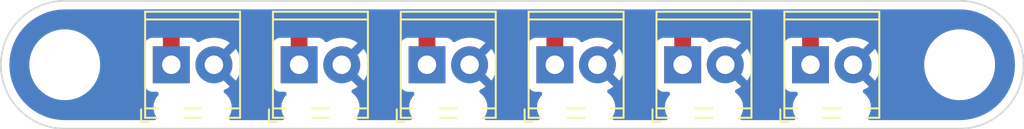
<source format=kicad_pcb>
(kicad_pcb (version 20211014) (generator pcbnew)
  (layers (0 "F.Cu" signal) (31 "B.Cu" signal) (34 "B.Paste" user) (35 "F.Paste" user) (36 "B.SilkS" user "B.Silkscreen") (37 "F.SilkS" user "F.Silkscreen") (38 "B.Mask" user) (39 "F.Mask" user) (44 "Edge.Cuts" user))
  (net 0 "")
  (net 1 "+5V")
  (net 2 "GND")
  (footprint "TerminalBlock_Phoenix:TerminalBlock_Phoenix_MPT-0,5-2-2.54_1x02_P2.54mm_Horizontal" (layer "F.Cu") (at 77.47 99.06)
    (fp_text reference "J2" hide)
    (fp_text value "Conn_01x02" hide)
    (fp_line (start 3.33 2.6) (end 4.1 2.6) (layer "F.SilkS") (width 0.12))
    (fp_line (start 0.79 2.6) (end 1.75 2.6) (layer "F.SilkS") (width 0.12))
    (fp_line (start -1.56 3.16) (end -0.79 3.16) (layer "F.SilkS") (width 0.12))
    (fp_line (start -1.56 -2.7) (end 4.1 -2.7) (layer "F.SilkS") (width 0.12))
    (fp_line (start 4.1 -3.16) (end 4.1 3.16) (layer "F.SilkS") (width 0.12))
    (fp_line (start -1.56 2.6) (end -0.79 2.6) (layer "F.SilkS") (width 0.12))
    (fp_line (start 3.33 3.16) (end 4.1 3.16) (layer "F.SilkS") (width 0.12))
    (fp_line (start 0.79 3.16) (end 1.75 3.16) (layer "F.SilkS") (width 0.12))
    (fp_line (start -1.8 3.4) (end -1.3 3.4) (layer "F.SilkS") (width 0.12))
    (fp_line (start -1.8 2.66) (end -1.8 3.4) (layer "F.SilkS") (width 0.12))
    (fp_line (start -1.56 -3.16) (end -1.56 3.16) (layer "F.SilkS") (width 0.12))
    (fp_line (start -1.56 -3.16) (end 4.1 -3.16) (layer "F.SilkS") (width 0.12))
    (pad "" np_thru_hole circle (at 0 2.54) (size 1.1 1.1) (drill 1.1) (layers *.Cu *.Mask))
    (pad "" np_thru_hole circle (at 2.54 2.54) (size 1.1 1.1) (drill 1.1) (layers *.Cu *.Mask))
    (pad "1" thru_hole rect (at 0 0) (size 2.2 2.2) (drill 1.1) (layers *.Cu *.Mask) (net 1 "+5V"))
    (pad "2" thru_hole circle (at 2.54 0) (size 2.2 2.2) (drill 1.1) (layers *.Cu *.Mask) (net 2 "GND"))
  )
  (footprint "TerminalBlock_Phoenix:TerminalBlock_Phoenix_MPT-0,5-2-2.54_1x02_P2.54mm_Horizontal" (layer "F.Cu") (at 100.33 99.06)
    (fp_text reference "J5" hide)
    (fp_text value "Conn_01x02" hide)
    (fp_line (start -1.8 2.66) (end -1.8 3.4) (layer "F.SilkS") (width 0.12))
    (fp_line (start -1.8 3.4) (end -1.3 3.4) (layer "F.SilkS") (width 0.12))
    (fp_line (start -1.56 -3.16) (end -1.56 3.16) (layer "F.SilkS") (width 0.12))
    (fp_line (start -1.56 -2.7) (end 4.1 -2.7) (layer "F.SilkS") (width 0.12))
    (fp_line (start -1.56 -3.16) (end 4.1 -3.16) (layer "F.SilkS") (width 0.12))
    (fp_line (start 0.79 3.16) (end 1.75 3.16) (layer "F.SilkS") (width 0.12))
    (fp_line (start -1.56 2.6) (end -0.79 2.6) (layer "F.SilkS") (width 0.12))
    (fp_line (start 3.33 2.6) (end 4.1 2.6) (layer "F.SilkS") (width 0.12))
    (fp_line (start -1.56 3.16) (end -0.79 3.16) (layer "F.SilkS") (width 0.12))
    (fp_line (start 0.79 2.6) (end 1.75 2.6) (layer "F.SilkS") (width 0.12))
    (fp_line (start 3.33 3.16) (end 4.1 3.16) (layer "F.SilkS") (width 0.12))
    (fp_line (start 4.1 -3.16) (end 4.1 3.16) (layer "F.SilkS") (width 0.12))
    (pad "" np_thru_hole circle (at 2.54 2.54) (size 1.1 1.1) (drill 1.1) (layers *.Cu *.Mask))
    (pad "" np_thru_hole circle (at 0 2.54) (size 1.1 1.1) (drill 1.1) (layers *.Cu *.Mask))
    (pad "1" thru_hole rect (at 0 0) (size 2.2 2.2) (drill 1.1) (layers *.Cu *.Mask) (net 1 "+5V"))
    (pad "2" thru_hole circle (at 2.54 0) (size 2.2 2.2) (drill 1.1) (layers *.Cu *.Mask) (net 2 "GND"))
  )
  (footprint "MountingHole:MountingHole_3.2mm_M3" (layer "F.Cu") (at 63.5 99.06)
    (fp_text reference "H1" hide)
    (fp_text value "MountingHole" hide)
    (pad "" np_thru_hole circle (at 0 0) (size 3.2 3.2) (drill 3.2) (layers *.Cu *.Mask))
  )
  (footprint "TerminalBlock_Phoenix:TerminalBlock_Phoenix_MPT-0,5-2-2.54_1x02_P2.54mm_Horizontal" (layer "F.Cu") (at 85.09 99.06)
    (fp_text reference "J3" hide)
    (fp_text value "Conn_01x02" hide)
    (fp_line (start 0.79 2.6) (end 1.75 2.6) (layer "F.SilkS") (width 0.12))
    (fp_line (start -1.8 2.66) (end -1.8 3.4) (layer "F.SilkS") (width 0.12))
    (fp_line (start -1.56 2.6) (end -0.79 2.6) (layer "F.SilkS") (width 0.12))
    (fp_line (start -1.56 3.16) (end -0.79 3.16) (layer "F.SilkS") (width 0.12))
    (fp_line (start -1.56 -3.16) (end 4.1 -3.16) (layer "F.SilkS") (width 0.12))
    (fp_line (start 3.33 3.16) (end 4.1 3.16) (layer "F.SilkS") (width 0.12))
    (fp_line (start -1.56 -2.7) (end 4.1 -2.7) (layer "F.SilkS") (width 0.12))
    (fp_line (start -1.8 3.4) (end -1.3 3.4) (layer "F.SilkS") (width 0.12))
    (fp_line (start 0.79 3.16) (end 1.75 3.16) (layer "F.SilkS") (width 0.12))
    (fp_line (start 4.1 -3.16) (end 4.1 3.16) (layer "F.SilkS") (width 0.12))
    (fp_line (start -1.56 -3.16) (end -1.56 3.16) (layer "F.SilkS") (width 0.12))
    (fp_line (start 3.33 2.6) (end 4.1 2.6) (layer "F.SilkS") (width 0.12))
    (pad "" np_thru_hole circle (at 0 2.54) (size 1.1 1.1) (drill 1.1) (layers *.Cu *.Mask))
    (pad "" np_thru_hole circle (at 2.54 2.54) (size 1.1 1.1) (drill 1.1) (layers *.Cu *.Mask))
    (pad "1" thru_hole rect (at 0 0) (size 2.2 2.2) (drill 1.1) (layers *.Cu *.Mask) (net 1 "+5V"))
    (pad "2" thru_hole circle (at 2.54 0) (size 2.2 2.2) (drill 1.1) (layers *.Cu *.Mask) (net 2 "GND"))
  )
  (footprint "TerminalBlock_Phoenix:TerminalBlock_Phoenix_MPT-0,5-2-2.54_1x02_P2.54mm_Horizontal" (layer "F.Cu") (at 92.71 99.06)
    (fp_text reference "J4" hide)
    (fp_text value "Conn_01x02" hide)
    (fp_line (start 4.1 -3.16) (end 4.1 3.16) (layer "F.SilkS") (width 0.12))
    (fp_line (start -1.56 -3.16) (end 4.1 -3.16) (layer "F.SilkS") (width 0.12))
    (fp_line (start -1.8 2.66) (end -1.8 3.4) (layer "F.SilkS") (width 0.12))
    (fp_line (start -1.8 3.4) (end -1.3 3.4) (layer "F.SilkS") (width 0.12))
    (fp_line (start 0.79 2.6) (end 1.75 2.6) (layer "F.SilkS") (width 0.12))
    (fp_line (start -1.56 -2.7) (end 4.1 -2.7) (layer "F.SilkS") (width 0.12))
    (fp_line (start 3.33 2.6) (end 4.1 2.6) (layer "F.SilkS") (width 0.12))
    (fp_line (start -1.56 3.16) (end -0.79 3.16) (layer "F.SilkS") (width 0.12))
    (fp_line (start -1.56 2.6) (end -0.79 2.6) (layer "F.SilkS") (width 0.12))
    (fp_line (start 3.33 3.16) (end 4.1 3.16) (layer "F.SilkS") (width 0.12))
    (fp_line (start 0.79 3.16) (end 1.75 3.16) (layer "F.SilkS") (width 0.12))
    (fp_line (start -1.56 -3.16) (end -1.56 3.16) (layer "F.SilkS") (width 0.12))
    (pad "" np_thru_hole circle (at 2.54 2.54) (size 1.1 1.1) (drill 1.1) (layers *.Cu *.Mask))
    (pad "" np_thru_hole circle (at 0 2.54) (size 1.1 1.1) (drill 1.1) (layers *.Cu *.Mask))
    (pad "1" thru_hole rect (at 0 0) (size 2.2 2.2) (drill 1.1) (layers *.Cu *.Mask) (net 1 "+5V"))
    (pad "2" thru_hole circle (at 2.54 0) (size 2.2 2.2) (drill 1.1) (layers *.Cu *.Mask) (net 2 "GND"))
  )
  (footprint "MountingHole:MountingHole_3.2mm_M3" (layer "F.Cu") (at 116.84 99.06)
    (fp_text reference "H2" hide)
    (fp_text value "MountingHole" hide)
    (pad "" np_thru_hole circle (at 0 0) (size 3.2 3.2) (drill 3.2) (layers *.Cu *.Mask))
  )
  (footprint "TerminalBlock_Phoenix:TerminalBlock_Phoenix_MPT-0,5-2-2.54_1x02_P2.54mm_Horizontal" (layer "F.Cu") (at 107.95 99.06)
    (fp_text reference "J6" hide)
    (fp_text value "Conn_01x02" hide)
    (fp_line (start 3.33 3.16) (end 4.1 3.16) (layer "F.SilkS") (width 0.12))
    (fp_line (start 0.79 3.16) (end 1.75 3.16) (layer "F.SilkS") (width 0.12))
    (fp_line (start -1.56 -2.7) (end 4.1 -2.7) (layer "F.SilkS") (width 0.12))
    (fp_line (start 3.33 2.6) (end 4.1 2.6) (layer "F.SilkS") (width 0.12))
    (fp_line (start -1.8 3.4) (end -1.3 3.4) (layer "F.SilkS") (width 0.12))
    (fp_line (start -1.56 3.16) (end -0.79 3.16) (layer "F.SilkS") (width 0.12))
    (fp_line (start -1.56 -3.16) (end 4.1 -3.16) (layer "F.SilkS") (width 0.12))
    (fp_line (start 0.79 2.6) (end 1.75 2.6) (layer "F.SilkS") (width 0.12))
    (fp_line (start -1.8 2.66) (end -1.8 3.4) (layer "F.SilkS") (width 0.12))
    (fp_line (start -1.56 2.6) (end -0.79 2.6) (layer "F.SilkS") (width 0.12))
    (fp_line (start -1.56 -3.16) (end -1.56 3.16) (layer "F.SilkS") (width 0.12))
    (fp_line (start 4.1 -3.16) (end 4.1 3.16) (layer "F.SilkS") (width 0.12))
    (pad "" np_thru_hole circle (at 0 2.54) (size 1.1 1.1) (drill 1.1) (layers *.Cu *.Mask))
    (pad "" np_thru_hole circle (at 2.54 2.54) (size 1.1 1.1) (drill 1.1) (layers *.Cu *.Mask))
    (pad "1" thru_hole rect (at 0 0) (size 2.2 2.2) (drill 1.1) (layers *.Cu *.Mask) (net 1 "+5V"))
    (pad "2" thru_hole circle (at 2.54 0) (size 2.2 2.2) (drill 1.1) (layers *.Cu *.Mask) (net 2 "GND"))
  )
  (footprint "TerminalBlock_Phoenix:TerminalBlock_Phoenix_MPT-0,5-2-2.54_1x02_P2.54mm_Horizontal" (layer "F.Cu") (at 69.85 99.06)
    (fp_text reference "J1" hide)
    (fp_text value "Conn_01x02" hide)
    (fp_line (start -1.56 -2.7) (end 4.1 -2.7) (layer "F.SilkS") (width 0.12))
    (fp_line (start -1.56 -3.16) (end -1.56 3.16) (layer "F.SilkS") (width 0.12))
    (fp_line (start 0.79 3.16) (end 1.75 3.16) (layer "F.SilkS") (width 0.12))
    (fp_line (start 4.1 -3.16) (end 4.1 3.16) (layer "F.SilkS") (width 0.12))
    (fp_line (start -1.8 2.66) (end -1.8 3.4) (layer "F.SilkS") (width 0.12))
    (fp_line (start 3.33 3.16) (end 4.1 3.16) (layer "F.SilkS") (width 0.12))
    (fp_line (start 0.79 2.6) (end 1.75 2.6) (layer "F.SilkS") (width 0.12))
    (fp_line (start -1.56 -3.16) (end 4.1 -3.16) (layer "F.SilkS") (width 0.12))
    (fp_line (start -1.56 3.16) (end -0.79 3.16) (layer "F.SilkS") (width 0.12))
    (fp_line (start -1.56 2.6) (end -0.79 2.6) (layer "F.SilkS") (width 0.12))
    (fp_line (start -1.8 3.4) (end -1.3 3.4) (layer "F.SilkS") (width 0.12))
    (fp_line (start 3.33 2.6) (end 4.1 2.6) (layer "F.SilkS") (width 0.12))
    (pad "" np_thru_hole circle (at 0 2.54) (size 1.1 1.1) (drill 1.1) (layers *.Cu *.Mask))
    (pad "" np_thru_hole circle (at 2.54 2.54) (size 1.1 1.1) (drill 1.1) (layers *.Cu *.Mask))
    (pad "1" thru_hole rect (at 0 0) (size 2.2 2.2) (drill 1.1) (layers *.Cu *.Mask) (net 1 "+5V"))
    (pad "2" thru_hole circle (at 2.54 0) (size 2.2 2.2) (drill 1.1) (layers *.Cu *.Mask) (net 2 "GND"))
  )
  (gr_line (start 63.5 102.87) (end 116.84 102.87) (layer "Edge.Cuts") (width 0.1))
  (gr_line (start 116.84 95.25) (end 63.5 95.25) (layer "Edge.Cuts") (width 0.1))
  (gr_arc (start 116.84 95.25) (mid 120.65 99.06) (end 116.84 102.87) (layer "Edge.Cuts") (width 0.1))
  (gr_arc (start 63.5 102.87) (mid 59.69 99.06) (end 63.5 95.25) (layer "Edge.Cuts") (width 0.1))
  (segment (start 100.33 96.52) (end 100.33 99.06) (width 1) (layer "F.Cu") (net 1))
  (segment (start 77.47 96.52) (end 69.85 96.52) (width 1) (layer "F.Cu") (net 1))
  (segment (start 107.95 96.52) (end 107.95 99.06) (width 1) (layer "F.Cu") (net 1))
  (segment (start 92.71 96.52) (end 92.71 99.06) (width 1) (layer "F.Cu") (net 1))
  (segment (start 100.33 96.52) (end 107.95 96.52) (width 1) (layer "F.Cu") (net 1))
  (segment (start 69.85 96.52) (end 69.85 99.06) (width 1) (layer "F.Cu") (net 1))
  (segment (start 77.47 99.06) (end 77.47 96.52) (width 1) (layer "F.Cu") (net 1))
  (segment (start 85.09 96.52) (end 77.47 96.52) (width 1) (layer "F.Cu") (net 1))
  (segment (start 92.71 96.52) (end 100.33 96.52) (width 1) (layer "F.Cu") (net 1))
  (segment (start 85.09 96.52) (end 92.71 96.52) (width 1) (layer "F.Cu") (net 1))
  (segment (start 85.09 96.52) (end 85.09 99.06) (width 1) (layer "F.Cu") (net 1))
  (zone (net 2) (net_name "GND") (layer "B.Cu") (connect_pads (clearance 0.508)) (min_thickness 0.254) (fill yes (thermal_gap 0.508) (thermal_bridge_width 0.508))
    (polygon (pts (xy 120.65 102.87) (xy 59.69 102.87) (xy 59.69 95.25) (xy 120.65 95.25)))
  )
)
</source>
